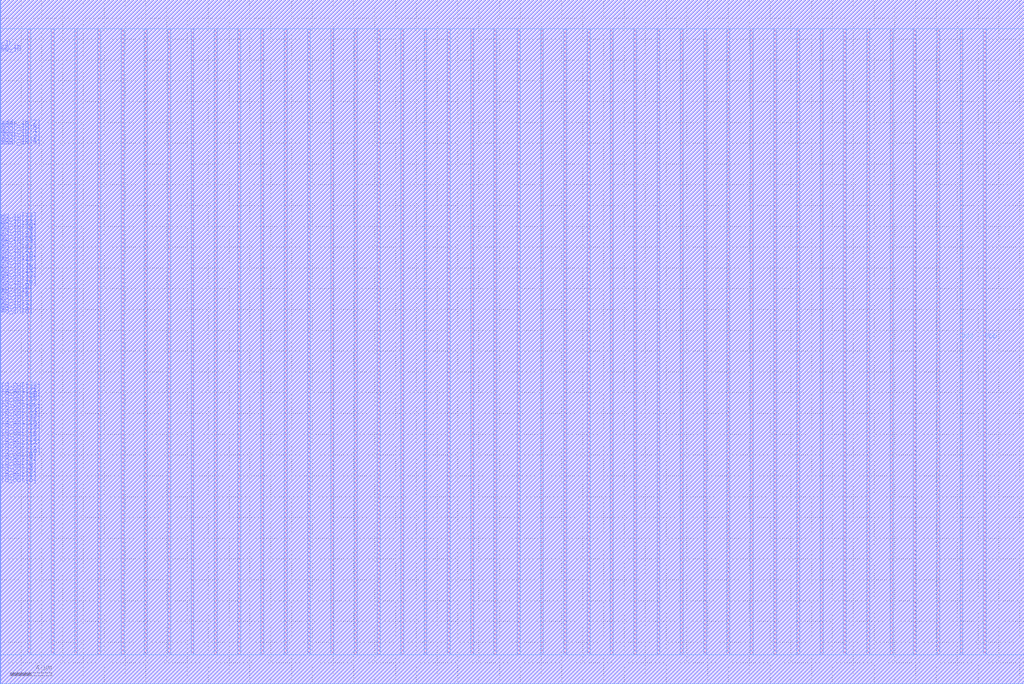
<source format=lef>
VERSION 5.7 ;
BUSBITCHARS "[]" ;
MACRO fakeram45_256x34_bottom
  FOREIGN fakeram45_256x34_bottom 0 0 ;
  SYMMETRY X Y R90 ;
  SIZE 98.420 BY 65.800 ;
  CLASS BLOCK ;
  PIN rd_out[0]
    DIRECTION OUTPUT ;
    USE SIGNAL ;
    SHAPE ABUTMENT ;
    PORT
      LAYER M3 ;
      RECT 0.000 19.040 0.070 19.110 ;
    END
  END rd_out[0]
  PIN rd_out[1]
    DIRECTION OUTPUT ;
    USE SIGNAL ;
    SHAPE ABUTMENT ;
    PORT
      LAYER M3 ;
      RECT 0.000 19.320 0.070 19.390 ;
    END
  END rd_out[1]
  PIN rd_out[2]
    DIRECTION OUTPUT ;
    USE SIGNAL ;
    SHAPE ABUTMENT ;
    PORT
      LAYER M3 ;
      RECT 0.000 19.600 0.070 19.670 ;
    END
  END rd_out[2]
  PIN rd_out[3]
    DIRECTION OUTPUT ;
    USE SIGNAL ;
    SHAPE ABUTMENT ;
    PORT
      LAYER M3 ;
      RECT 0.000 19.880 0.070 19.950 ;
    END
  END rd_out[3]
  PIN rd_out[4]
    DIRECTION OUTPUT ;
    USE SIGNAL ;
    SHAPE ABUTMENT ;
    PORT
      LAYER M3 ;
      RECT 0.000 20.160 0.070 20.230 ;
    END
  END rd_out[4]
  PIN rd_out[5]
    DIRECTION OUTPUT ;
    USE SIGNAL ;
    SHAPE ABUTMENT ;
    PORT
      LAYER M3 ;
      RECT 0.000 20.440 0.070 20.510 ;
    END
  END rd_out[5]
  PIN rd_out[6]
    DIRECTION OUTPUT ;
    USE SIGNAL ;
    SHAPE ABUTMENT ;
    PORT
      LAYER M3 ;
      RECT 0.000 20.720 0.070 20.790 ;
    END
  END rd_out[6]
  PIN rd_out[7]
    DIRECTION OUTPUT ;
    USE SIGNAL ;
    SHAPE ABUTMENT ;
    PORT
      LAYER M3 ;
      RECT 0.000 21.000 0.070 21.070 ;
    END
  END rd_out[7]
  PIN rd_out[8]
    DIRECTION OUTPUT ;
    USE SIGNAL ;
    SHAPE ABUTMENT ;
    PORT
      LAYER M3 ;
      RECT 0.000 21.280 0.070 21.350 ;
    END
  END rd_out[8]
  PIN rd_out[9]
    DIRECTION OUTPUT ;
    USE SIGNAL ;
    SHAPE ABUTMENT ;
    PORT
      LAYER M3 ;
      RECT 0.000 21.560 0.070 21.630 ;
    END
  END rd_out[9]
  PIN rd_out[10]
    DIRECTION OUTPUT ;
    USE SIGNAL ;
    SHAPE ABUTMENT ;
    PORT
      LAYER M3 ;
      RECT 0.000 21.840 0.070 21.910 ;
    END
  END rd_out[10]
  PIN rd_out[11]
    DIRECTION OUTPUT ;
    USE SIGNAL ;
    SHAPE ABUTMENT ;
    PORT
      LAYER M3 ;
      RECT 0.000 22.120 0.070 22.190 ;
    END
  END rd_out[11]
  PIN rd_out[12]
    DIRECTION OUTPUT ;
    USE SIGNAL ;
    SHAPE ABUTMENT ;
    PORT
      LAYER M3 ;
      RECT 0.000 22.400 0.070 22.470 ;
    END
  END rd_out[12]
  PIN rd_out[13]
    DIRECTION OUTPUT ;
    USE SIGNAL ;
    SHAPE ABUTMENT ;
    PORT
      LAYER M3 ;
      RECT 0.000 22.680 0.070 22.750 ;
    END
  END rd_out[13]
  PIN rd_out[14]
    DIRECTION OUTPUT ;
    USE SIGNAL ;
    SHAPE ABUTMENT ;
    PORT
      LAYER M3 ;
      RECT 0.000 22.960 0.070 23.030 ;
    END
  END rd_out[14]
  PIN rd_out[15]
    DIRECTION OUTPUT ;
    USE SIGNAL ;
    SHAPE ABUTMENT ;
    PORT
      LAYER M3 ;
      RECT 0.000 23.240 0.070 23.310 ;
    END
  END rd_out[15]
  PIN rd_out[16]
    DIRECTION OUTPUT ;
    USE SIGNAL ;
    SHAPE ABUTMENT ;
    PORT
      LAYER M3 ;
      RECT 0.000 23.520 0.070 23.590 ;
    END
  END rd_out[16]
  PIN rd_out[17]
    DIRECTION OUTPUT ;
    USE SIGNAL ;
    SHAPE ABUTMENT ;
    PORT
      LAYER M3 ;
      RECT 0.000 23.800 0.070 23.870 ;
    END
  END rd_out[17]
  PIN rd_out[18]
    DIRECTION OUTPUT ;
    USE SIGNAL ;
    SHAPE ABUTMENT ;
    PORT
      LAYER M3 ;
      RECT 0.000 24.080 0.070 24.150 ;
    END
  END rd_out[18]
  PIN rd_out[19]
    DIRECTION OUTPUT ;
    USE SIGNAL ;
    SHAPE ABUTMENT ;
    PORT
      LAYER M3 ;
      RECT 0.000 24.360 0.070 24.430 ;
    END
  END rd_out[19]
  PIN rd_out[20]
    DIRECTION OUTPUT ;
    USE SIGNAL ;
    SHAPE ABUTMENT ;
    PORT
      LAYER M3 ;
      RECT 0.000 24.640 0.070 24.710 ;
    END
  END rd_out[20]
  PIN rd_out[21]
    DIRECTION OUTPUT ;
    USE SIGNAL ;
    SHAPE ABUTMENT ;
    PORT
      LAYER M3 ;
      RECT 0.000 24.920 0.070 24.990 ;
    END
  END rd_out[21]
  PIN rd_out[22]
    DIRECTION OUTPUT ;
    USE SIGNAL ;
    SHAPE ABUTMENT ;
    PORT
      LAYER M3 ;
      RECT 0.000 25.200 0.070 25.270 ;
    END
  END rd_out[22]
  PIN rd_out[23]
    DIRECTION OUTPUT ;
    USE SIGNAL ;
    SHAPE ABUTMENT ;
    PORT
      LAYER M3 ;
      RECT 0.000 25.480 0.070 25.550 ;
    END
  END rd_out[23]
  PIN rd_out[24]
    DIRECTION OUTPUT ;
    USE SIGNAL ;
    SHAPE ABUTMENT ;
    PORT
      LAYER M3 ;
      RECT 0.000 25.760 0.070 25.830 ;
    END
  END rd_out[24]
  PIN rd_out[25]
    DIRECTION OUTPUT ;
    USE SIGNAL ;
    SHAPE ABUTMENT ;
    PORT
      LAYER M3 ;
      RECT 0.000 26.040 0.070 26.110 ;
    END
  END rd_out[25]
  PIN rd_out[26]
    DIRECTION OUTPUT ;
    USE SIGNAL ;
    SHAPE ABUTMENT ;
    PORT
      LAYER M3 ;
      RECT 0.000 26.320 0.070 26.390 ;
    END
  END rd_out[26]
  PIN rd_out[27]
    DIRECTION OUTPUT ;
    USE SIGNAL ;
    SHAPE ABUTMENT ;
    PORT
      LAYER M3 ;
      RECT 0.000 26.600 0.070 26.670 ;
    END
  END rd_out[27]
  PIN rd_out[28]
    DIRECTION OUTPUT ;
    USE SIGNAL ;
    SHAPE ABUTMENT ;
    PORT
      LAYER M3 ;
      RECT 0.000 26.880 0.070 26.950 ;
    END
  END rd_out[28]
  PIN rd_out[29]
    DIRECTION OUTPUT ;
    USE SIGNAL ;
    SHAPE ABUTMENT ;
    PORT
      LAYER M3 ;
      RECT 0.000 27.160 0.070 27.230 ;
    END
  END rd_out[29]
  PIN rd_out[30]
    DIRECTION OUTPUT ;
    USE SIGNAL ;
    SHAPE ABUTMENT ;
    PORT
      LAYER M3 ;
      RECT 0.000 27.440 0.070 27.510 ;
    END
  END rd_out[30]
  PIN rd_out[31]
    DIRECTION OUTPUT ;
    USE SIGNAL ;
    SHAPE ABUTMENT ;
    PORT
      LAYER M3 ;
      RECT 0.000 27.720 0.070 27.790 ;
    END
  END rd_out[31]
  PIN rd_out[32]
    DIRECTION OUTPUT ;
    USE SIGNAL ;
    SHAPE ABUTMENT ;
    PORT
      LAYER M3 ;
      RECT 0.000 28.000 0.070 28.070 ;
    END
  END rd_out[32]
  PIN rd_out[33]
    DIRECTION OUTPUT ;
    USE SIGNAL ;
    SHAPE ABUTMENT ;
    PORT
      LAYER M3 ;
      RECT 0.000 28.280 0.070 28.350 ;
    END
  END rd_out[33]
  PIN wd_in[0]
    DIRECTION INPUT ;
    USE SIGNAL ;
    SHAPE ABUTMENT ;
    PORT
      LAYER M3 ;
      RECT 0.000 35.280 0.070 35.350 ;
    END
  END wd_in[0]
  PIN wd_in[1]
    DIRECTION INPUT ;
    USE SIGNAL ;
    SHAPE ABUTMENT ;
    PORT
      LAYER M3 ;
      RECT 0.000 35.560 0.070 35.630 ;
    END
  END wd_in[1]
  PIN wd_in[2]
    DIRECTION INPUT ;
    USE SIGNAL ;
    SHAPE ABUTMENT ;
    PORT
      LAYER M3 ;
      RECT 0.000 35.840 0.070 35.910 ;
    END
  END wd_in[2]
  PIN wd_in[3]
    DIRECTION INPUT ;
    USE SIGNAL ;
    SHAPE ABUTMENT ;
    PORT
      LAYER M3 ;
      RECT 0.000 36.120 0.070 36.190 ;
    END
  END wd_in[3]
  PIN wd_in[4]
    DIRECTION INPUT ;
    USE SIGNAL ;
    SHAPE ABUTMENT ;
    PORT
      LAYER M3 ;
      RECT 0.000 36.400 0.070 36.470 ;
    END
  END wd_in[4]
  PIN wd_in[5]
    DIRECTION INPUT ;
    USE SIGNAL ;
    SHAPE ABUTMENT ;
    PORT
      LAYER M3 ;
      RECT 0.000 36.680 0.070 36.750 ;
    END
  END wd_in[5]
  PIN wd_in[6]
    DIRECTION INPUT ;
    USE SIGNAL ;
    SHAPE ABUTMENT ;
    PORT
      LAYER M3 ;
      RECT 0.000 36.960 0.070 37.030 ;
    END
  END wd_in[6]
  PIN wd_in[7]
    DIRECTION INPUT ;
    USE SIGNAL ;
    SHAPE ABUTMENT ;
    PORT
      LAYER M3 ;
      RECT 0.000 37.240 0.070 37.310 ;
    END
  END wd_in[7]
  PIN wd_in[8]
    DIRECTION INPUT ;
    USE SIGNAL ;
    SHAPE ABUTMENT ;
    PORT
      LAYER M3 ;
      RECT 0.000 37.520 0.070 37.590 ;
    END
  END wd_in[8]
  PIN wd_in[9]
    DIRECTION INPUT ;
    USE SIGNAL ;
    SHAPE ABUTMENT ;
    PORT
      LAYER M3 ;
      RECT 0.000 37.800 0.070 37.870 ;
    END
  END wd_in[9]
  PIN wd_in[10]
    DIRECTION INPUT ;
    USE SIGNAL ;
    SHAPE ABUTMENT ;
    PORT
      LAYER M3 ;
      RECT 0.000 38.080 0.070 38.150 ;
    END
  END wd_in[10]
  PIN wd_in[11]
    DIRECTION INPUT ;
    USE SIGNAL ;
    SHAPE ABUTMENT ;
    PORT
      LAYER M3 ;
      RECT 0.000 38.360 0.070 38.430 ;
    END
  END wd_in[11]
  PIN wd_in[12]
    DIRECTION INPUT ;
    USE SIGNAL ;
    SHAPE ABUTMENT ;
    PORT
      LAYER M3 ;
      RECT 0.000 38.640 0.070 38.710 ;
    END
  END wd_in[12]
  PIN wd_in[13]
    DIRECTION INPUT ;
    USE SIGNAL ;
    SHAPE ABUTMENT ;
    PORT
      LAYER M3 ;
      RECT 0.000 38.920 0.070 38.990 ;
    END
  END wd_in[13]
  PIN wd_in[14]
    DIRECTION INPUT ;
    USE SIGNAL ;
    SHAPE ABUTMENT ;
    PORT
      LAYER M3 ;
      RECT 0.000 39.200 0.070 39.270 ;
    END
  END wd_in[14]
  PIN wd_in[15]
    DIRECTION INPUT ;
    USE SIGNAL ;
    SHAPE ABUTMENT ;
    PORT
      LAYER M3 ;
      RECT 0.000 39.480 0.070 39.550 ;
    END
  END wd_in[15]
  PIN wd_in[16]
    DIRECTION INPUT ;
    USE SIGNAL ;
    SHAPE ABUTMENT ;
    PORT
      LAYER M3 ;
      RECT 0.000 39.760 0.070 39.830 ;
    END
  END wd_in[16]
  PIN wd_in[17]
    DIRECTION INPUT ;
    USE SIGNAL ;
    SHAPE ABUTMENT ;
    PORT
      LAYER M3 ;
      RECT 0.000 40.040 0.070 40.110 ;
    END
  END wd_in[17]
  PIN wd_in[18]
    DIRECTION INPUT ;
    USE SIGNAL ;
    SHAPE ABUTMENT ;
    PORT
      LAYER M3 ;
      RECT 0.000 40.320 0.070 40.390 ;
    END
  END wd_in[18]
  PIN wd_in[19]
    DIRECTION INPUT ;
    USE SIGNAL ;
    SHAPE ABUTMENT ;
    PORT
      LAYER M3 ;
      RECT 0.000 40.600 0.070 40.670 ;
    END
  END wd_in[19]
  PIN wd_in[20]
    DIRECTION INPUT ;
    USE SIGNAL ;
    SHAPE ABUTMENT ;
    PORT
      LAYER M3 ;
      RECT 0.000 40.880 0.070 40.950 ;
    END
  END wd_in[20]
  PIN wd_in[21]
    DIRECTION INPUT ;
    USE SIGNAL ;
    SHAPE ABUTMENT ;
    PORT
      LAYER M3 ;
      RECT 0.000 41.160 0.070 41.230 ;
    END
  END wd_in[21]
  PIN wd_in[22]
    DIRECTION INPUT ;
    USE SIGNAL ;
    SHAPE ABUTMENT ;
    PORT
      LAYER M3 ;
      RECT 0.000 41.440 0.070 41.510 ;
    END
  END wd_in[22]
  PIN wd_in[23]
    DIRECTION INPUT ;
    USE SIGNAL ;
    SHAPE ABUTMENT ;
    PORT
      LAYER M3 ;
      RECT 0.000 41.720 0.070 41.790 ;
    END
  END wd_in[23]
  PIN wd_in[24]
    DIRECTION INPUT ;
    USE SIGNAL ;
    SHAPE ABUTMENT ;
    PORT
      LAYER M3 ;
      RECT 0.000 42.000 0.070 42.070 ;
    END
  END wd_in[24]
  PIN wd_in[25]
    DIRECTION INPUT ;
    USE SIGNAL ;
    SHAPE ABUTMENT ;
    PORT
      LAYER M3 ;
      RECT 0.000 42.280 0.070 42.350 ;
    END
  END wd_in[25]
  PIN wd_in[26]
    DIRECTION INPUT ;
    USE SIGNAL ;
    SHAPE ABUTMENT ;
    PORT
      LAYER M3 ;
      RECT 0.000 42.560 0.070 42.630 ;
    END
  END wd_in[26]
  PIN wd_in[27]
    DIRECTION INPUT ;
    USE SIGNAL ;
    SHAPE ABUTMENT ;
    PORT
      LAYER M3 ;
      RECT 0.000 42.840 0.070 42.910 ;
    END
  END wd_in[27]
  PIN wd_in[28]
    DIRECTION INPUT ;
    USE SIGNAL ;
    SHAPE ABUTMENT ;
    PORT
      LAYER M3 ;
      RECT 0.000 43.120 0.070 43.190 ;
    END
  END wd_in[28]
  PIN wd_in[29]
    DIRECTION INPUT ;
    USE SIGNAL ;
    SHAPE ABUTMENT ;
    PORT
      LAYER M3 ;
      RECT 0.000 43.400 0.070 43.470 ;
    END
  END wd_in[29]
  PIN wd_in[30]
    DIRECTION INPUT ;
    USE SIGNAL ;
    SHAPE ABUTMENT ;
    PORT
      LAYER M3 ;
      RECT 0.000 43.680 0.070 43.750 ;
    END
  END wd_in[30]
  PIN wd_in[31]
    DIRECTION INPUT ;
    USE SIGNAL ;
    SHAPE ABUTMENT ;
    PORT
      LAYER M3 ;
      RECT 0.000 43.960 0.070 44.030 ;
    END
  END wd_in[31]
  PIN wd_in[32]
    DIRECTION INPUT ;
    USE SIGNAL ;
    SHAPE ABUTMENT ;
    PORT
      LAYER M3 ;
      RECT 0.000 44.240 0.070 44.310 ;
    END
  END wd_in[32]
  PIN wd_in[33]
    DIRECTION INPUT ;
    USE SIGNAL ;
    SHAPE ABUTMENT ;
    PORT
      LAYER M3 ;
      RECT 0.000 44.520 0.070 44.590 ;
    END
  END wd_in[33]
  PIN addr_in[0]
    DIRECTION INPUT ;
    USE SIGNAL ;
    SHAPE ABUTMENT ;
    PORT
      LAYER M3 ;
      RECT 0.000 51.520 0.070 51.590 ;
    END
  END addr_in[0]
  PIN addr_in[1]
    DIRECTION INPUT ;
    USE SIGNAL ;
    SHAPE ABUTMENT ;
    PORT
      LAYER M3 ;
      RECT 0.000 51.800 0.070 51.870 ;
    END
  END addr_in[1]
  PIN addr_in[2]
    DIRECTION INPUT ;
    USE SIGNAL ;
    SHAPE ABUTMENT ;
    PORT
      LAYER M3 ;
      RECT 0.000 52.080 0.070 52.150 ;
    END
  END addr_in[2]
  PIN addr_in[3]
    DIRECTION INPUT ;
    USE SIGNAL ;
    SHAPE ABUTMENT ;
    PORT
      LAYER M3 ;
      RECT 0.000 52.360 0.070 52.430 ;
    END
  END addr_in[3]
  PIN addr_in[4]
    DIRECTION INPUT ;
    USE SIGNAL ;
    SHAPE ABUTMENT ;
    PORT
      LAYER M3 ;
      RECT 0.000 52.640 0.070 52.710 ;
    END
  END addr_in[4]
  PIN addr_in[5]
    DIRECTION INPUT ;
    USE SIGNAL ;
    SHAPE ABUTMENT ;
    PORT
      LAYER M3 ;
      RECT 0.000 52.920 0.070 52.990 ;
    END
  END addr_in[5]
  PIN addr_in[6]
    DIRECTION INPUT ;
    USE SIGNAL ;
    SHAPE ABUTMENT ;
    PORT
      LAYER M3 ;
      RECT 0.000 53.200 0.070 53.270 ;
    END
  END addr_in[6]
  PIN addr_in[7]
    DIRECTION INPUT ;
    USE SIGNAL ;
    SHAPE ABUTMENT ;
    PORT
      LAYER M3 ;
      RECT 0.000 53.480 0.070 53.550 ;
    END
  END addr_in[7]
  PIN we_in
    DIRECTION INPUT ;
    USE SIGNAL ;
    SHAPE ABUTMENT ;
    PORT
      LAYER M3 ;
      RECT 0.000 60.480 0.070 60.550 ;
    END
  END we_in
  PIN ce_in
    DIRECTION INPUT ;
    USE SIGNAL ;
    SHAPE ABUTMENT ;
    PORT
      LAYER M3 ;
      RECT 0.000 60.760 0.070 60.830 ;
    END
  END ce_in
  PIN clk
    DIRECTION INPUT ;
    USE SIGNAL ;
    SHAPE ABUTMENT ;
    PORT
      LAYER M3 ;
      RECT 0.000 61.040 0.070 61.110 ;
    END
  END clk
  PIN VSS
    DIRECTION INOUT ;
    USE GROUND ;
    PORT
      LAYER M4 ;
      RECT 2.660 2.800 2.940 63.000 ;
      RECT 7.140 2.800 7.420 63.000 ;
      RECT 11.620 2.800 11.900 63.000 ;
      RECT 16.100 2.800 16.380 63.000 ;
      RECT 20.580 2.800 20.860 63.000 ;
      RECT 25.060 2.800 25.340 63.000 ;
      RECT 29.540 2.800 29.820 63.000 ;
      RECT 34.020 2.800 34.300 63.000 ;
      RECT 38.500 2.800 38.780 63.000 ;
      RECT 42.980 2.800 43.260 63.000 ;
      RECT 47.460 2.800 47.740 63.000 ;
      RECT 51.940 2.800 52.220 63.000 ;
      RECT 56.420 2.800 56.700 63.000 ;
      RECT 60.900 2.800 61.180 63.000 ;
      RECT 65.380 2.800 65.660 63.000 ;
      RECT 69.860 2.800 70.140 63.000 ;
      RECT 74.340 2.800 74.620 63.000 ;
      RECT 78.820 2.800 79.100 63.000 ;
      RECT 83.300 2.800 83.580 63.000 ;
      RECT 87.780 2.800 88.060 63.000 ;
      RECT 92.260 2.800 92.540 63.000 ;
    END
  END VSS
  PIN VDD
    DIRECTION INOUT ;
    USE POWER ;
    PORT
      LAYER M4 ;
      RECT 4.900 2.800 5.180 63.000 ;
      RECT 9.380 2.800 9.660 63.000 ;
      RECT 13.860 2.800 14.140 63.000 ;
      RECT 18.340 2.800 18.620 63.000 ;
      RECT 22.820 2.800 23.100 63.000 ;
      RECT 27.300 2.800 27.580 63.000 ;
      RECT 31.780 2.800 32.060 63.000 ;
      RECT 36.260 2.800 36.540 63.000 ;
      RECT 40.740 2.800 41.020 63.000 ;
      RECT 45.220 2.800 45.500 63.000 ;
      RECT 49.700 2.800 49.980 63.000 ;
      RECT 54.180 2.800 54.460 63.000 ;
      RECT 58.660 2.800 58.940 63.000 ;
      RECT 63.140 2.800 63.420 63.000 ;
      RECT 67.620 2.800 67.900 63.000 ;
      RECT 72.100 2.800 72.380 63.000 ;
      RECT 76.580 2.800 76.860 63.000 ;
      RECT 81.060 2.800 81.340 63.000 ;
      RECT 85.540 2.800 85.820 63.000 ;
      RECT 90.020 2.800 90.300 63.000 ;
      RECT 94.500 2.800 94.780 63.000 ;
    END
  END VDD
  OBS
    LAYER M1 ;
    RECT 0 0 98.420 65.800 ;
    LAYER M2 ;
    RECT 0 0 98.420 65.800 ;
    LAYER M3 ;
    RECT 0.070 0 98.420 65.800 ;
    RECT 0 0.000 0.070 2.800 ;
    RECT 0 2.870 0.070 3.080 ;
    RECT 0 3.150 0.070 3.360 ;
    RECT 0 3.430 0.070 3.640 ;
    RECT 0 3.710 0.070 3.920 ;
    RECT 0 3.990 0.070 4.200 ;
    RECT 0 4.270 0.070 4.480 ;
    RECT 0 4.550 0.070 4.760 ;
    RECT 0 4.830 0.070 5.040 ;
    RECT 0 5.110 0.070 5.320 ;
    RECT 0 5.390 0.070 5.600 ;
    RECT 0 5.670 0.070 5.880 ;
    RECT 0 5.950 0.070 6.160 ;
    RECT 0 6.230 0.070 6.440 ;
    RECT 0 6.510 0.070 6.720 ;
    RECT 0 6.790 0.070 7.000 ;
    RECT 0 7.070 0.070 7.280 ;
    RECT 0 7.350 0.070 7.560 ;
    RECT 0 7.630 0.070 7.840 ;
    RECT 0 7.910 0.070 8.120 ;
    RECT 0 8.190 0.070 8.400 ;
    RECT 0 8.470 0.070 8.680 ;
    RECT 0 8.750 0.070 8.960 ;
    RECT 0 9.030 0.070 9.240 ;
    RECT 0 9.310 0.070 9.520 ;
    RECT 0 9.590 0.070 9.800 ;
    RECT 0 9.870 0.070 10.080 ;
    RECT 0 10.150 0.070 10.360 ;
    RECT 0 10.430 0.070 10.640 ;
    RECT 0 10.710 0.070 10.920 ;
    RECT 0 10.990 0.070 11.200 ;
    RECT 0 11.270 0.070 11.480 ;
    RECT 0 11.550 0.070 11.760 ;
    RECT 0 11.830 0.070 12.040 ;
    RECT 0 12.110 0.070 19.040 ;
    RECT 0 19.110 0.070 19.320 ;
    RECT 0 19.390 0.070 19.600 ;
    RECT 0 19.670 0.070 19.880 ;
    RECT 0 19.950 0.070 20.160 ;
    RECT 0 20.230 0.070 20.440 ;
    RECT 0 20.510 0.070 20.720 ;
    RECT 0 20.790 0.070 21.000 ;
    RECT 0 21.070 0.070 21.280 ;
    RECT 0 21.350 0.070 21.560 ;
    RECT 0 21.630 0.070 21.840 ;
    RECT 0 21.910 0.070 22.120 ;
    RECT 0 22.190 0.070 22.400 ;
    RECT 0 22.470 0.070 22.680 ;
    RECT 0 22.750 0.070 22.960 ;
    RECT 0 23.030 0.070 23.240 ;
    RECT 0 23.310 0.070 23.520 ;
    RECT 0 23.590 0.070 23.800 ;
    RECT 0 23.870 0.070 24.080 ;
    RECT 0 24.150 0.070 24.360 ;
    RECT 0 24.430 0.070 24.640 ;
    RECT 0 24.710 0.070 24.920 ;
    RECT 0 24.990 0.070 25.200 ;
    RECT 0 25.270 0.070 25.480 ;
    RECT 0 25.550 0.070 25.760 ;
    RECT 0 25.830 0.070 26.040 ;
    RECT 0 26.110 0.070 26.320 ;
    RECT 0 26.390 0.070 26.600 ;
    RECT 0 26.670 0.070 26.880 ;
    RECT 0 26.950 0.070 27.160 ;
    RECT 0 27.230 0.070 27.440 ;
    RECT 0 27.510 0.070 27.720 ;
    RECT 0 27.790 0.070 28.000 ;
    RECT 0 28.070 0.070 28.280 ;
    RECT 0 28.350 0.070 35.280 ;
    RECT 0 35.350 0.070 35.560 ;
    RECT 0 35.630 0.070 35.840 ;
    RECT 0 35.910 0.070 36.120 ;
    RECT 0 36.190 0.070 36.400 ;
    RECT 0 36.470 0.070 36.680 ;
    RECT 0 36.750 0.070 36.960 ;
    RECT 0 37.030 0.070 37.240 ;
    RECT 0 37.310 0.070 37.520 ;
    RECT 0 37.590 0.070 37.800 ;
    RECT 0 37.870 0.070 38.080 ;
    RECT 0 38.150 0.070 38.360 ;
    RECT 0 38.430 0.070 38.640 ;
    RECT 0 38.710 0.070 38.920 ;
    RECT 0 38.990 0.070 39.200 ;
    RECT 0 39.270 0.070 39.480 ;
    RECT 0 39.550 0.070 39.760 ;
    RECT 0 39.830 0.070 40.040 ;
    RECT 0 40.110 0.070 40.320 ;
    RECT 0 40.390 0.070 40.600 ;
    RECT 0 40.670 0.070 40.880 ;
    RECT 0 40.950 0.070 41.160 ;
    RECT 0 41.230 0.070 41.440 ;
    RECT 0 41.510 0.070 41.720 ;
    RECT 0 41.790 0.070 42.000 ;
    RECT 0 42.070 0.070 42.280 ;
    RECT 0 42.350 0.070 42.560 ;
    RECT 0 42.630 0.070 42.840 ;
    RECT 0 42.910 0.070 43.120 ;
    RECT 0 43.190 0.070 43.400 ;
    RECT 0 43.470 0.070 43.680 ;
    RECT 0 43.750 0.070 43.960 ;
    RECT 0 44.030 0.070 44.240 ;
    RECT 0 44.310 0.070 44.520 ;
    RECT 0 44.590 0.070 51.520 ;
    RECT 0 51.590 0.070 51.800 ;
    RECT 0 51.870 0.070 52.080 ;
    RECT 0 52.150 0.070 52.360 ;
    RECT 0 52.430 0.070 52.640 ;
    RECT 0 52.710 0.070 52.920 ;
    RECT 0 52.990 0.070 53.200 ;
    RECT 0 53.270 0.070 53.480 ;
    RECT 0 53.550 0.070 60.480 ;
    RECT 0 60.550 0.070 60.760 ;
    RECT 0 60.830 0.070 61.040 ;
    RECT 0 61.110 0.070 65.800 ;
    LAYER M4 ;
    RECT 0 0 98.420 2.800 ;
    RECT 0 63.000 98.420 65.800 ;
    RECT 0.000 2.800 2.660 63.000 ;
    RECT 2.940 2.800 4.900 63.000 ;
    RECT 5.180 2.800 7.140 63.000 ;
    RECT 7.420 2.800 9.380 63.000 ;
    RECT 9.660 2.800 11.620 63.000 ;
    RECT 11.900 2.800 13.860 63.000 ;
    RECT 14.140 2.800 16.100 63.000 ;
    RECT 16.380 2.800 18.340 63.000 ;
    RECT 18.620 2.800 20.580 63.000 ;
    RECT 20.860 2.800 22.820 63.000 ;
    RECT 23.100 2.800 25.060 63.000 ;
    RECT 25.340 2.800 27.300 63.000 ;
    RECT 27.580 2.800 29.540 63.000 ;
    RECT 29.820 2.800 31.780 63.000 ;
    RECT 32.060 2.800 34.020 63.000 ;
    RECT 34.300 2.800 36.260 63.000 ;
    RECT 36.540 2.800 38.500 63.000 ;
    RECT 38.780 2.800 40.740 63.000 ;
    RECT 41.020 2.800 42.980 63.000 ;
    RECT 43.260 2.800 45.220 63.000 ;
    RECT 45.500 2.800 47.460 63.000 ;
    RECT 47.740 2.800 49.700 63.000 ;
    RECT 49.980 2.800 51.940 63.000 ;
    RECT 52.220 2.800 54.180 63.000 ;
    RECT 54.460 2.800 56.420 63.000 ;
    RECT 56.700 2.800 58.660 63.000 ;
    RECT 58.940 2.800 60.900 63.000 ;
    RECT 61.180 2.800 63.140 63.000 ;
    RECT 63.420 2.800 65.380 63.000 ;
    RECT 65.660 2.800 67.620 63.000 ;
    RECT 67.900 2.800 69.860 63.000 ;
    RECT 70.140 2.800 72.100 63.000 ;
    RECT 72.380 2.800 74.340 63.000 ;
    RECT 74.620 2.800 76.580 63.000 ;
    RECT 76.860 2.800 78.820 63.000 ;
    RECT 79.100 2.800 81.060 63.000 ;
    RECT 81.340 2.800 83.300 63.000 ;
    RECT 83.580 2.800 85.540 63.000 ;
    RECT 85.820 2.800 87.780 63.000 ;
    RECT 88.060 2.800 90.020 63.000 ;
    RECT 90.300 2.800 92.260 63.000 ;
    RECT 92.540 2.800 94.500 63.000 ;
    RECT 94.780 2.800 98.420 63.000 ;
  END
END fakeram45_256x34_bottom

END LIBRARY

</source>
